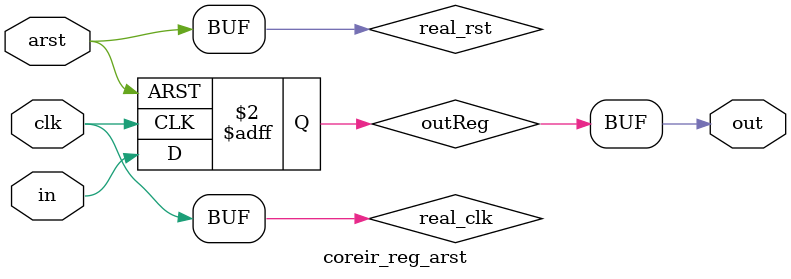
<source format=v>
module coreir_reg_arst #(
    parameter width = 1,
    parameter arst_posedge = 1,
    parameter clk_posedge = 1,
    parameter init = 1
) (
    input clk,
    input arst,
    input [width-1:0] in,
    output [width-1:0] out
);
  reg [width-1:0] outReg;
  wire real_rst;
  assign real_rst = arst_posedge ? arst : ~arst;
  wire real_clk;
  assign real_clk = clk_posedge ? clk : ~clk;
  always @(posedge real_clk, posedge real_rst) begin
    if (real_rst) outReg <= init;
    else outReg <= in;
  end
  assign out = outReg;
endmodule
</source>
